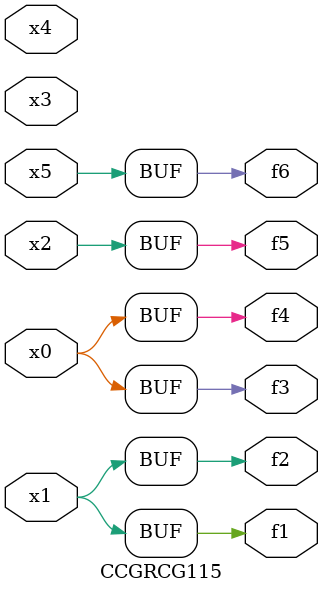
<source format=v>
module CCGRCG115(
	input x0, x1, x2, x3, x4, x5,
	output f1, f2, f3, f4, f5, f6
);
	assign f1 = x1;
	assign f2 = x1;
	assign f3 = x0;
	assign f4 = x0;
	assign f5 = x2;
	assign f6 = x5;
endmodule

</source>
